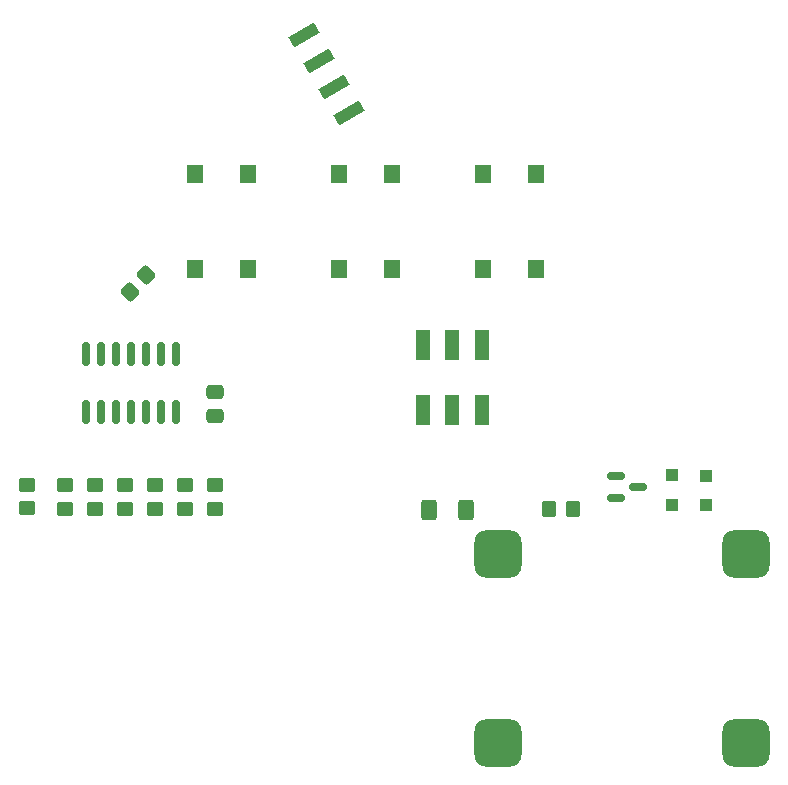
<source format=gbp>
%TF.GenerationSoftware,KiCad,Pcbnew,(6.0.5)*%
%TF.CreationDate,2022-11-29T16:25:59+01:00*%
%TF.ProjectId,sublink,7375626c-696e-46b2-9e6b-696361645f70,rev?*%
%TF.SameCoordinates,Original*%
%TF.FileFunction,Paste,Bot*%
%TF.FilePolarity,Positive*%
%FSLAX46Y46*%
G04 Gerber Fmt 4.6, Leading zero omitted, Abs format (unit mm)*
G04 Created by KiCad (PCBNEW (6.0.5)) date 2022-11-29 16:25:59*
%MOMM*%
%LPD*%
G01*
G04 APERTURE LIST*
G04 Aperture macros list*
%AMRoundRect*
0 Rectangle with rounded corners*
0 $1 Rounding radius*
0 $2 $3 $4 $5 $6 $7 $8 $9 X,Y pos of 4 corners*
0 Add a 4 corners polygon primitive as box body*
4,1,4,$2,$3,$4,$5,$6,$7,$8,$9,$2,$3,0*
0 Add four circle primitives for the rounded corners*
1,1,$1+$1,$2,$3*
1,1,$1+$1,$4,$5*
1,1,$1+$1,$6,$7*
1,1,$1+$1,$8,$9*
0 Add four rect primitives between the rounded corners*
20,1,$1+$1,$2,$3,$4,$5,0*
20,1,$1+$1,$4,$5,$6,$7,0*
20,1,$1+$1,$6,$7,$8,$9,0*
20,1,$1+$1,$8,$9,$2,$3,0*%
%AMRotRect*
0 Rectangle, with rotation*
0 The origin of the aperture is its center*
0 $1 length*
0 $2 width*
0 $3 Rotation angle, in degrees counterclockwise*
0 Add horizontal line*
21,1,$1,$2,0,0,$3*%
G04 Aperture macros list end*
%ADD10RoundRect,0.250000X-0.350000X-0.450000X0.350000X-0.450000X0.350000X0.450000X-0.350000X0.450000X0*%
%ADD11R,1.400000X1.600000*%
%ADD12R,1.000000X1.000000*%
%ADD13RoundRect,1.000000X1.000000X-1.000000X1.000000X1.000000X-1.000000X1.000000X-1.000000X-1.000000X0*%
%ADD14RotRect,2.500000X1.000000X30.000000*%
%ADD15RoundRect,0.250000X0.450000X-0.350000X0.450000X0.350000X-0.450000X0.350000X-0.450000X-0.350000X0*%
%ADD16RoundRect,0.250000X0.475000X-0.337500X0.475000X0.337500X-0.475000X0.337500X-0.475000X-0.337500X0*%
%ADD17RoundRect,0.250000X0.400000X0.625000X-0.400000X0.625000X-0.400000X-0.625000X0.400000X-0.625000X0*%
%ADD18RoundRect,0.250000X-0.450000X0.350000X-0.450000X-0.350000X0.450000X-0.350000X0.450000X0.350000X0*%
%ADD19R,1.200000X2.500000*%
%ADD20RoundRect,0.250000X0.070711X-0.565685X0.565685X-0.070711X-0.070711X0.565685X-0.565685X0.070711X0*%
%ADD21RoundRect,0.150000X-0.587500X-0.150000X0.587500X-0.150000X0.587500X0.150000X-0.587500X0.150000X0*%
%ADD22RoundRect,0.150000X0.150000X-0.825000X0.150000X0.825000X-0.150000X0.825000X-0.150000X-0.825000X0*%
G04 APERTURE END LIST*
D10*
X188820000Y-103662000D03*
X190820000Y-103662000D03*
D11*
X175478000Y-83296000D03*
X175478000Y-75296000D03*
X170978000Y-83296000D03*
X170978000Y-75296000D03*
X158770000Y-83296000D03*
X158770000Y-75296000D03*
X163270000Y-83296000D03*
X163270000Y-75296000D03*
D12*
X202100000Y-100822000D03*
X202100000Y-103322000D03*
D13*
X205480000Y-123412000D03*
X205480000Y-107412000D03*
X184480000Y-123412000D03*
X184480000Y-107412000D03*
D14*
X171872210Y-70070057D03*
X170602210Y-67870352D03*
X169332210Y-65670648D03*
X168062210Y-63470943D03*
D15*
X157988000Y-103616000D03*
X157988000Y-101616000D03*
D16*
X160528000Y-95779500D03*
X160528000Y-93704500D03*
D17*
X181740000Y-103742000D03*
X178640000Y-103742000D03*
D18*
X144590000Y-101562000D03*
X144590000Y-103562000D03*
D15*
X160528000Y-103632000D03*
X160528000Y-101632000D03*
D12*
X199200000Y-100772000D03*
X199200000Y-103272000D03*
D19*
X178094000Y-89706000D03*
X180594000Y-89706000D03*
X183094000Y-89706000D03*
X178094000Y-95206000D03*
X180594000Y-95206000D03*
X183094000Y-95206000D03*
D20*
X153275786Y-85246212D03*
X154690000Y-83831998D03*
D15*
X152908000Y-103632000D03*
X152908000Y-101632000D03*
D21*
X194462500Y-102722000D03*
X194462500Y-100822000D03*
X196337500Y-101772000D03*
D18*
X147828000Y-101600000D03*
X147828000Y-103600000D03*
D22*
X157226000Y-95439000D03*
X155956000Y-95439000D03*
X154686000Y-95439000D03*
X153416000Y-95439000D03*
X152146000Y-95439000D03*
X150876000Y-95439000D03*
X149606000Y-95439000D03*
X149606000Y-90489000D03*
X150876000Y-90489000D03*
X152146000Y-90489000D03*
X153416000Y-90489000D03*
X154686000Y-90489000D03*
X155956000Y-90489000D03*
X157226000Y-90489000D03*
D15*
X150368000Y-103632000D03*
X150368000Y-101632000D03*
D11*
X187686000Y-83296000D03*
X187686000Y-75296000D03*
X183186000Y-75296000D03*
X183186000Y-83296000D03*
D15*
X155448000Y-103632000D03*
X155448000Y-101632000D03*
M02*

</source>
